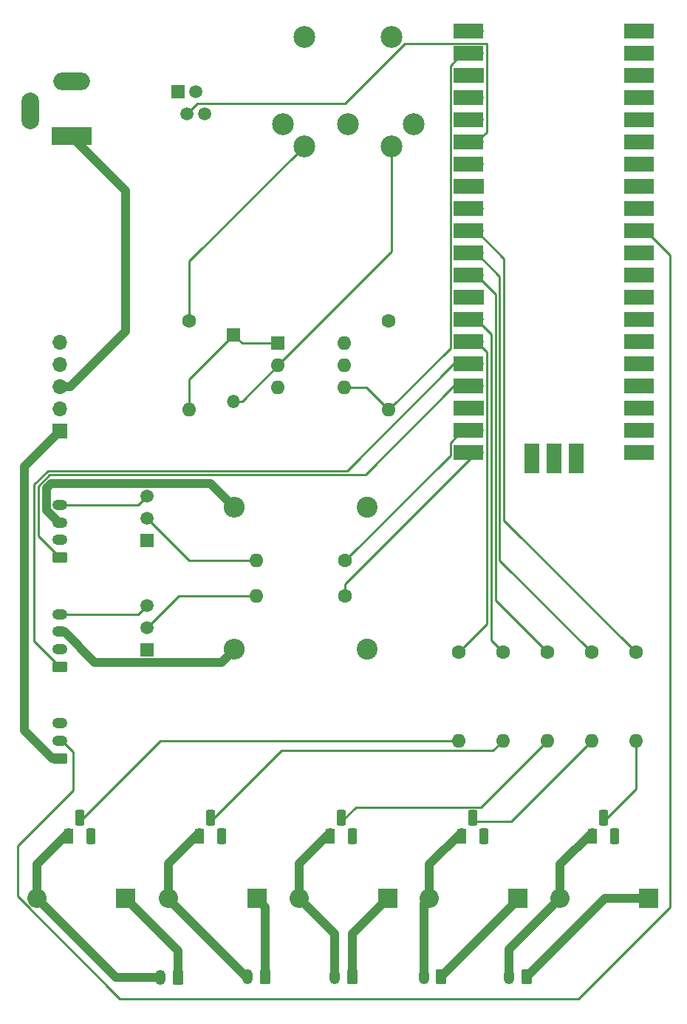
<source format=gbr>
%TF.GenerationSoftware,KiCad,Pcbnew,7.0.10*%
%TF.CreationDate,2024-03-03T10:32:20-06:00*%
%TF.ProjectId,Zimbelstern,5a696d62-656c-4737-9465-726e2e6b6963,rev?*%
%TF.SameCoordinates,Original*%
%TF.FileFunction,Copper,L1,Top*%
%TF.FilePolarity,Positive*%
%FSLAX46Y46*%
G04 Gerber Fmt 4.6, Leading zero omitted, Abs format (unit mm)*
G04 Created by KiCad (PCBNEW 7.0.10) date 2024-03-03 10:32:20*
%MOMM*%
%LPD*%
G01*
G04 APERTURE LIST*
G04 Aperture macros list*
%AMRoundRect*
0 Rectangle with rounded corners*
0 $1 Rounding radius*
0 $2 $3 $4 $5 $6 $7 $8 $9 X,Y pos of 4 corners*
0 Add a 4 corners polygon primitive as box body*
4,1,4,$2,$3,$4,$5,$6,$7,$8,$9,$2,$3,0*
0 Add four circle primitives for the rounded corners*
1,1,$1+$1,$2,$3*
1,1,$1+$1,$4,$5*
1,1,$1+$1,$6,$7*
1,1,$1+$1,$8,$9*
0 Add four rect primitives between the rounded corners*
20,1,$1+$1,$2,$3,$4,$5,0*
20,1,$1+$1,$4,$5,$6,$7,0*
20,1,$1+$1,$6,$7,$8,$9,0*
20,1,$1+$1,$8,$9,$2,$3,0*%
G04 Aperture macros list end*
%TA.AperFunction,ComponentPad*%
%ADD10O,1.200000X1.750000*%
%TD*%
%TA.AperFunction,ComponentPad*%
%ADD11RoundRect,0.250000X0.350000X0.625000X-0.350000X0.625000X-0.350000X-0.625000X0.350000X-0.625000X0*%
%TD*%
%TA.AperFunction,ComponentPad*%
%ADD12C,1.500000*%
%TD*%
%TA.AperFunction,ComponentPad*%
%ADD13R,1.500000X1.500000*%
%TD*%
%TA.AperFunction,ComponentPad*%
%ADD14RoundRect,0.250000X0.625000X-0.350000X0.625000X0.350000X-0.625000X0.350000X-0.625000X-0.350000X0*%
%TD*%
%TA.AperFunction,ComponentPad*%
%ADD15O,1.750000X1.200000*%
%TD*%
%TA.AperFunction,ComponentPad*%
%ADD16O,2.200000X2.200000*%
%TD*%
%TA.AperFunction,ComponentPad*%
%ADD17R,2.200000X2.200000*%
%TD*%
%TA.AperFunction,ComponentPad*%
%ADD18O,1.600000X1.600000*%
%TD*%
%TA.AperFunction,ComponentPad*%
%ADD19R,1.600000X1.600000*%
%TD*%
%TA.AperFunction,ComponentPad*%
%ADD20C,1.600000*%
%TD*%
%TA.AperFunction,ComponentPad*%
%ADD21C,2.400000*%
%TD*%
%TA.AperFunction,ComponentPad*%
%ADD22O,2.400000X2.400000*%
%TD*%
%TA.AperFunction,ComponentPad*%
%ADD23O,1.700000X1.700000*%
%TD*%
%TA.AperFunction,ComponentPad*%
%ADD24R,1.700000X1.700000*%
%TD*%
%TA.AperFunction,ComponentPad*%
%ADD25R,1.100000X1.800000*%
%TD*%
%TA.AperFunction,ComponentPad*%
%ADD26RoundRect,0.275000X-0.275000X-0.625000X0.275000X-0.625000X0.275000X0.625000X-0.275000X0.625000X0*%
%TD*%
%TA.AperFunction,WasherPad*%
%ADD27C,2.499360*%
%TD*%
%TA.AperFunction,ComponentPad*%
%ADD28C,2.499360*%
%TD*%
%TA.AperFunction,ComponentPad*%
%ADD29O,2.000000X4.200000*%
%TD*%
%TA.AperFunction,ComponentPad*%
%ADD30O,4.200000X2.000000*%
%TD*%
%TA.AperFunction,ComponentPad*%
%ADD31R,4.600000X2.000000*%
%TD*%
%TA.AperFunction,ComponentPad*%
%ADD32O,1.500000X1.500000*%
%TD*%
%TA.AperFunction,SMDPad,CuDef*%
%ADD33R,3.500000X1.700000*%
%TD*%
%TA.AperFunction,SMDPad,CuDef*%
%ADD34R,1.700000X3.500000*%
%TD*%
%TA.AperFunction,Conductor*%
%ADD35C,0.250000*%
%TD*%
%TA.AperFunction,Conductor*%
%ADD36C,1.000000*%
%TD*%
G04 APERTURE END LIST*
D10*
%TO.P,J5,2,Pin_2*%
%TO.N,Net-(D3-A)*%
X76500000Y-140000000D03*
D11*
%TO.P,J5,1,Pin_1*%
%TO.N,+12V*%
X78500000Y-140000000D03*
%TD*%
D12*
%TO.P,Q7,3,C*%
%TO.N,Net-(J11-Pin_4)*%
X55000000Y-84960000D03*
%TO.P,Q7,2,B*%
%TO.N,Net-(Q7-B)*%
X55000000Y-87500000D03*
D13*
%TO.P,Q7,1,E*%
%TO.N,GND*%
X55000000Y-90040000D03*
%TD*%
D10*
%TO.P,J6,2,Pin_2*%
%TO.N,Net-(D4-A)*%
X66500000Y-140000000D03*
D11*
%TO.P,J6,1,Pin_1*%
%TO.N,+12V*%
X68500000Y-140000000D03*
%TD*%
D14*
%TO.P,J10,1,Pin_1*%
%TO.N,+3V3*%
X45000000Y-115000000D03*
D15*
%TO.P,J10,2,Pin_2*%
%TO.N,VOLUME_POT*%
X45000000Y-113000000D03*
%TO.P,J10,3,Pin_3*%
%TO.N,GND*%
X45000000Y-111000000D03*
%TD*%
D16*
%TO.P,D5,2,A*%
%TO.N,Net-(D5-A)*%
X42340000Y-131000000D03*
D17*
%TO.P,D5,1,K*%
%TO.N,+12V*%
X52500000Y-131000000D03*
%TD*%
D18*
%TO.P,U2,6*%
%TO.N,+3V3*%
X77620000Y-67460000D03*
%TO.P,U2,5*%
%TO.N,GND*%
X77620000Y-70000000D03*
%TO.P,U2,4*%
%TO.N,MIDI_RX*%
X77620000Y-72540000D03*
%TO.P,U2,3*%
%TO.N,unconnected-(U2-Pad3)*%
X70000000Y-72540000D03*
%TO.P,U2,2*%
%TO.N,Net-(D6-A)*%
X70000000Y-70000000D03*
D19*
%TO.P,U2,1*%
%TO.N,Net-(D6-K)*%
X70000000Y-67460000D03*
%TD*%
D18*
%TO.P,R7,2*%
%TO.N,MIDI_RX*%
X82700000Y-75080000D03*
D20*
%TO.P,R7,1*%
%TO.N,+3V3*%
X82700000Y-64920000D03*
%TD*%
D21*
%TO.P,R9,1*%
%TO.N,+12V*%
X80240000Y-102500000D03*
D22*
%TO.P,R9,2*%
%TO.N,Net-(J12-Pin_3)*%
X65000000Y-102500000D03*
%TD*%
D20*
%TO.P,R11,1*%
%TO.N,PREPARE_LAMP*%
X77700000Y-92340000D03*
D18*
%TO.P,R11,2*%
%TO.N,Net-(Q7-B)*%
X67540000Y-92340000D03*
%TD*%
D17*
%TO.P,D3,1,K*%
%TO.N,+12V*%
X82580000Y-131000000D03*
D16*
%TO.P,D3,2,A*%
%TO.N,Net-(D3-A)*%
X72420000Y-131000000D03*
%TD*%
D17*
%TO.P,D2,1,K*%
%TO.N,+12V*%
X97500000Y-131000000D03*
D16*
%TO.P,D2,2,A*%
%TO.N,Net-(D2-A)*%
X87340000Y-131000000D03*
%TD*%
D20*
%TO.P,R4,1*%
%TO.N,BELL4*%
X95760000Y-102840000D03*
D18*
%TO.P,R4,2*%
%TO.N,Net-(Q4-B)*%
X95760000Y-113000000D03*
%TD*%
D10*
%TO.P,J4,2,Pin_2*%
%TO.N,Net-(D2-A)*%
X86700000Y-140000000D03*
D11*
%TO.P,J4,1,Pin_1*%
%TO.N,+12V*%
X88700000Y-140000000D03*
%TD*%
D23*
%TO.P,J3,5,Pin_5*%
%TO.N,unconnected-(J3-Pin_5-Pad5)*%
X45000000Y-67340000D03*
%TO.P,J3,4,Pin_4*%
%TO.N,unconnected-(J3-Pin_4-Pad4)*%
X45000000Y-69880000D03*
%TO.P,J3,3,Pin_3*%
%TO.N,+12V*%
X45000000Y-72420000D03*
%TO.P,J3,2,Pin_2*%
%TO.N,GND*%
X45000000Y-74960000D03*
D24*
%TO.P,J3,1,Pin_1*%
%TO.N,+3V3*%
X45000000Y-77500000D03*
%TD*%
D20*
%TO.P,R8,1*%
%TO.N,ZIMBLE_LAMP*%
X77700000Y-96390000D03*
D18*
%TO.P,R8,2*%
%TO.N,Net-(Q6-B)*%
X67540000Y-96390000D03*
%TD*%
D25*
%TO.P,Q5,1,C*%
%TO.N,Net-(D5-A)*%
X46000000Y-123900000D03*
D26*
%TO.P,Q5,2,B*%
%TO.N,Net-(Q5-B)*%
X47270000Y-121830000D03*
%TO.P,Q5,3,E*%
%TO.N,GND*%
X48540000Y-123900000D03*
%TD*%
D16*
%TO.P,D4,2,A*%
%TO.N,Net-(D4-A)*%
X57420000Y-131000000D03*
D17*
%TO.P,D4,1,K*%
%TO.N,+12V*%
X67580000Y-131000000D03*
%TD*%
D25*
%TO.P,Q2,1,C*%
%TO.N,Net-(D2-A)*%
X91000000Y-123900000D03*
D26*
%TO.P,Q2,2,B*%
%TO.N,Net-(Q2-B)*%
X92270000Y-121830000D03*
%TO.P,Q2,3,E*%
%TO.N,GND*%
X93540000Y-123900000D03*
%TD*%
D20*
%TO.P,R5,1*%
%TO.N,BELL5*%
X90680000Y-102840000D03*
D18*
%TO.P,R5,2*%
%TO.N,Net-(Q5-B)*%
X90680000Y-113000000D03*
%TD*%
D21*
%TO.P,R10,1*%
%TO.N,+12V*%
X80240000Y-86230000D03*
D22*
%TO.P,R10,2*%
%TO.N,Net-(J11-Pin_3)*%
X65000000Y-86230000D03*
%TD*%
D27*
%TO.P,J8,*%
%TO.N,*%
X83027520Y-32385000D03*
X73025000Y-32385000D03*
D28*
%TO.P,J8,1*%
%TO.N,unconnected-(J8-Pad1)*%
X70528180Y-42379900D03*
%TO.P,J8,2*%
%TO.N,unconnected-(J8-Pad2)*%
X78026260Y-42382440D03*
%TO.P,J8,3*%
%TO.N,unconnected-(J8-Pad3)*%
X85524340Y-42379900D03*
%TO.P,J8,4*%
%TO.N,Net-(J8-Pad4)*%
X73030080Y-44881800D03*
%TO.P,J8,5*%
%TO.N,Net-(D6-A)*%
X83022440Y-44881800D03*
%TD*%
D25*
%TO.P,Q1,1,C*%
%TO.N,Net-(D1-A)*%
X106000000Y-123900000D03*
D26*
%TO.P,Q1,2,B*%
%TO.N,Net-(Q1-B)*%
X107270000Y-121830000D03*
%TO.P,Q1,3,E*%
%TO.N,GND*%
X108540000Y-123900000D03*
%TD*%
D15*
%TO.P,J11,4,Pin_4*%
%TO.N,Net-(J11-Pin_4)*%
X45000000Y-86000000D03*
%TO.P,J11,3,Pin_3*%
%TO.N,Net-(J11-Pin_3)*%
X45000000Y-88000000D03*
%TO.P,J11,2,Pin_2*%
%TO.N,GND*%
X45000000Y-90000000D03*
D14*
%TO.P,J11,1,Pin_1*%
%TO.N,PREPARE_SWITCH*%
X45000000Y-92000000D03*
%TD*%
D17*
%TO.P,D1,1,K*%
%TO.N,+12V*%
X112500000Y-131000000D03*
D16*
%TO.P,D1,2,A*%
%TO.N,Net-(D1-A)*%
X102340000Y-131000000D03*
%TD*%
D20*
%TO.P,R3,1*%
%TO.N,BELL3*%
X100840000Y-102840000D03*
D18*
%TO.P,R3,2*%
%TO.N,Net-(Q3-B)*%
X100840000Y-113000000D03*
%TD*%
%TO.P,R6,2*%
%TO.N,Net-(D6-K)*%
X59840000Y-75080000D03*
D20*
%TO.P,R6,1*%
%TO.N,Net-(J8-Pad4)*%
X59840000Y-64920000D03*
%TD*%
D13*
%TO.P,J9,1*%
%TO.N,GND*%
X58510000Y-38630000D03*
D12*
%TO.P,J9,2*%
%TO.N,STAR_TX*%
X59530000Y-41170000D03*
%TO.P,J9,3*%
%TO.N,unconnected-(J9-Pad3)*%
X60550000Y-38630000D03*
%TO.P,J9,4*%
%TO.N,unconnected-(J9-Pad4)*%
X61570000Y-41170000D03*
%TD*%
%TO.P,Q6,3,C*%
%TO.N,Net-(J12-Pin_4)*%
X55000000Y-97460000D03*
%TO.P,Q6,2,B*%
%TO.N,Net-(Q6-B)*%
X55000000Y-100000000D03*
D13*
%TO.P,Q6,1,E*%
%TO.N,GND*%
X55000000Y-102540000D03*
%TD*%
D14*
%TO.P,J12,1,Pin_1*%
%TO.N,ZIMBLE_SWITCH*%
X45000000Y-104500000D03*
D15*
%TO.P,J12,2,Pin_2*%
%TO.N,GND*%
X45000000Y-102500000D03*
%TO.P,J12,3,Pin_3*%
%TO.N,Net-(J12-Pin_3)*%
X45000000Y-100500000D03*
%TO.P,J12,4,Pin_4*%
%TO.N,Net-(J12-Pin_4)*%
X45000000Y-98500000D03*
%TD*%
D11*
%TO.P,J2,1,Pin_1*%
%TO.N,+12V*%
X98500000Y-140000000D03*
D10*
%TO.P,J2,2,Pin_2*%
%TO.N,Net-(D1-A)*%
X96500000Y-140000000D03*
%TD*%
D26*
%TO.P,Q4,3,E*%
%TO.N,GND*%
X63540000Y-123900000D03*
%TO.P,Q4,2,B*%
%TO.N,Net-(Q4-B)*%
X62270000Y-121830000D03*
D25*
%TO.P,Q4,1,C*%
%TO.N,Net-(D4-A)*%
X61000000Y-123900000D03*
%TD*%
D18*
%TO.P,R1,2*%
%TO.N,Net-(Q1-B)*%
X111000000Y-113000000D03*
D20*
%TO.P,R1,1*%
%TO.N,BELL1*%
X111000000Y-102840000D03*
%TD*%
D25*
%TO.P,Q3,1,C*%
%TO.N,Net-(D3-A)*%
X76000000Y-123900000D03*
D26*
%TO.P,Q3,2,B*%
%TO.N,Net-(Q3-B)*%
X77270000Y-121830000D03*
%TO.P,Q3,3,E*%
%TO.N,GND*%
X78540000Y-123900000D03*
%TD*%
D29*
%TO.P,J1,3*%
%TO.N,N/C*%
X41555000Y-40865000D03*
D30*
%TO.P,J1,2*%
%TO.N,GND*%
X46355000Y-37465000D03*
D31*
%TO.P,J1,1*%
%TO.N,+12V*%
X46355000Y-43765000D03*
%TD*%
D20*
%TO.P,R2,1*%
%TO.N,BELL2*%
X105920000Y-102840000D03*
D18*
%TO.P,R2,2*%
%TO.N,Net-(Q2-B)*%
X105920000Y-113000000D03*
%TD*%
D32*
%TO.P,D6,2,A*%
%TO.N,Net-(D6-A)*%
X64920000Y-74120000D03*
D13*
%TO.P,D6,1,K*%
%TO.N,Net-(D6-K)*%
X64920000Y-66500000D03*
%TD*%
D23*
%TO.P,U1,1,GPIO0*%
%TO.N,unconnected-(U1-GPIO0-Pad1)*%
X92710000Y-31750000D03*
D33*
X91810000Y-31750000D03*
D23*
%TO.P,U1,2,GPIO1*%
%TO.N,MIDI_RX*%
X92710000Y-34290000D03*
D33*
X91810000Y-34290000D03*
D24*
%TO.P,U1,3,GND*%
%TO.N,GND*%
X92710000Y-36830000D03*
D33*
X91810000Y-36830000D03*
D23*
%TO.P,U1,4,GPIO2*%
%TO.N,unconnected-(U1-GPIO2-Pad4)*%
X92710000Y-39370000D03*
D33*
X91810000Y-39370000D03*
D23*
%TO.P,U1,5,GPIO3*%
%TO.N,unconnected-(U1-GPIO3-Pad5)*%
X92710000Y-41910000D03*
D33*
X91810000Y-41910000D03*
D23*
%TO.P,U1,6,GPIO4*%
%TO.N,STAR_TX*%
X92710000Y-44450000D03*
D33*
X91810000Y-44450000D03*
D23*
%TO.P,U1,7,GPIO5*%
%TO.N,unconnected-(U1-GPIO5-Pad7)*%
X92710000Y-46990000D03*
D33*
X91810000Y-46990000D03*
D24*
%TO.P,U1,8,GND*%
%TO.N,GND*%
X92710000Y-49530000D03*
D33*
X91810000Y-49530000D03*
D23*
%TO.P,U1,9,GPIO6*%
%TO.N,unconnected-(U1-GPIO6-Pad9)*%
X92710000Y-52070000D03*
D33*
X91810000Y-52070000D03*
D23*
%TO.P,U1,10,GPIO7*%
%TO.N,BELL1*%
X92710000Y-54610000D03*
D33*
X91810000Y-54610000D03*
D23*
%TO.P,U1,11,GPIO8*%
%TO.N,BELL2*%
X92710000Y-57150000D03*
D33*
X91810000Y-57150000D03*
D23*
%TO.P,U1,12,GPIO9*%
%TO.N,BELL3*%
X92710000Y-59690000D03*
D33*
X91810000Y-59690000D03*
D24*
%TO.P,U1,13,GND*%
%TO.N,GND*%
X92710000Y-62230000D03*
D33*
X91810000Y-62230000D03*
D23*
%TO.P,U1,14,GPIO10*%
%TO.N,BELL4*%
X92710000Y-64770000D03*
D33*
X91810000Y-64770000D03*
D23*
%TO.P,U1,15,GPIO11*%
%TO.N,BELL5*%
X92710000Y-67310000D03*
D33*
X91810000Y-67310000D03*
D23*
%TO.P,U1,16,GPIO12*%
%TO.N,ZIMBLE_SWITCH*%
X92710000Y-69850000D03*
D33*
X91810000Y-69850000D03*
D23*
%TO.P,U1,17,GPIO13*%
%TO.N,PREPARE_SWITCH*%
X92710000Y-72390000D03*
D33*
X91810000Y-72390000D03*
D24*
%TO.P,U1,18,GND*%
%TO.N,GND*%
X92710000Y-74930000D03*
D33*
X91810000Y-74930000D03*
D23*
%TO.P,U1,19,GPIO14*%
%TO.N,PREPARE_LAMP*%
X92710000Y-77470000D03*
D33*
X91810000Y-77470000D03*
D23*
%TO.P,U1,20,GPIO15*%
%TO.N,ZIMBLE_LAMP*%
X92710000Y-80010000D03*
D33*
X91810000Y-80010000D03*
D23*
%TO.P,U1,21,GPIO16*%
%TO.N,unconnected-(U1-GPIO16-Pad21)*%
X110490000Y-80010000D03*
D33*
X111390000Y-80010000D03*
D23*
%TO.P,U1,22,GPIO17*%
%TO.N,unconnected-(U1-GPIO17-Pad22)*%
X110490000Y-77470000D03*
D33*
X111390000Y-77470000D03*
D24*
%TO.P,U1,23,GND*%
%TO.N,GND*%
X110490000Y-74930000D03*
D33*
X111390000Y-74930000D03*
D23*
%TO.P,U1,24,GPIO18*%
%TO.N,unconnected-(U1-GPIO18-Pad24)*%
X110490000Y-72390000D03*
D33*
X111390000Y-72390000D03*
D23*
%TO.P,U1,25,GPIO19*%
%TO.N,unconnected-(U1-GPIO19-Pad25)*%
X110490000Y-69850000D03*
D33*
X111390000Y-69850000D03*
D23*
%TO.P,U1,26,GPIO20*%
%TO.N,unconnected-(U1-GPIO20-Pad26)*%
X110490000Y-67310000D03*
D33*
X111390000Y-67310000D03*
D23*
%TO.P,U1,27,GPIO21*%
%TO.N,unconnected-(U1-GPIO21-Pad27)*%
X110490000Y-64770000D03*
D33*
X111390000Y-64770000D03*
D24*
%TO.P,U1,28,GND*%
%TO.N,GND*%
X110490000Y-62230000D03*
D33*
X111390000Y-62230000D03*
D23*
%TO.P,U1,29,GPIO22*%
%TO.N,unconnected-(U1-GPIO22-Pad29)*%
X110490000Y-59690000D03*
D33*
X111390000Y-59690000D03*
D23*
%TO.P,U1,30,RUN*%
%TO.N,unconnected-(U1-RUN-Pad30)*%
X110490000Y-57150000D03*
D33*
X111390000Y-57150000D03*
D23*
%TO.P,U1,31,GPIO26_ADC0*%
%TO.N,VOLUME_POT*%
X110490000Y-54610000D03*
D33*
X111390000Y-54610000D03*
D23*
%TO.P,U1,32,GPIO27_ADC1*%
%TO.N,unconnected-(U1-GPIO27_ADC1-Pad32)*%
X110490000Y-52070000D03*
D33*
X111390000Y-52070000D03*
D24*
%TO.P,U1,33,AGND*%
%TO.N,unconnected-(U1-AGND-Pad33)*%
X110490000Y-49530000D03*
D33*
X111390000Y-49530000D03*
D23*
%TO.P,U1,34,GPIO28_ADC2*%
%TO.N,unconnected-(U1-GPIO28_ADC2-Pad34)*%
X110490000Y-46990000D03*
D33*
X111390000Y-46990000D03*
D23*
%TO.P,U1,35,ADC_VREF*%
%TO.N,unconnected-(U1-ADC_VREF-Pad35)*%
X110490000Y-44450000D03*
D33*
X111390000Y-44450000D03*
D23*
%TO.P,U1,36,3V3*%
%TO.N,unconnected-(U1-3V3-Pad36)*%
X110490000Y-41910000D03*
D33*
X111390000Y-41910000D03*
D23*
%TO.P,U1,37,3V3_EN*%
%TO.N,unconnected-(U1-3V3_EN-Pad37)*%
X110490000Y-39370000D03*
D33*
X111390000Y-39370000D03*
D24*
%TO.P,U1,38,GND*%
%TO.N,GND*%
X110490000Y-36830000D03*
D33*
X111390000Y-36830000D03*
D23*
%TO.P,U1,39,VSYS*%
%TO.N,+3V3*%
X110490000Y-34290000D03*
D33*
X111390000Y-34290000D03*
D23*
%TO.P,U1,40,VBUS*%
%TO.N,unconnected-(U1-VBUS-Pad40)*%
X110490000Y-31750000D03*
D33*
X111390000Y-31750000D03*
D23*
%TO.P,U1,41,SWCLK*%
%TO.N,unconnected-(U1-SWCLK-Pad41)*%
X99060000Y-79780000D03*
D34*
X99060000Y-80680000D03*
D24*
%TO.P,U1,42,GND*%
%TO.N,GND*%
X101600000Y-79780000D03*
D34*
X101600000Y-80680000D03*
D23*
%TO.P,U1,43,SWDIO*%
%TO.N,unconnected-(U1-SWDIO-Pad43)*%
X104140000Y-79780000D03*
D34*
X104140000Y-80680000D03*
%TD*%
D10*
%TO.P,J7,2,Pin_2*%
%TO.N,Net-(D5-A)*%
X56500000Y-140050000D03*
D11*
%TO.P,J7,1,Pin_1*%
%TO.N,+12V*%
X58500000Y-140050000D03*
%TD*%
D35*
%TO.N,ZIMBLE_SWITCH*%
X77950000Y-82050000D02*
X90150000Y-69850000D01*
X90150000Y-69850000D02*
X92710000Y-69850000D01*
D36*
%TO.N,+12V*%
X45000000Y-72420000D02*
X46202081Y-72420000D01*
X46202081Y-72420000D02*
X52500000Y-66122081D01*
X52500000Y-66122081D02*
X52500000Y-50000000D01*
X46355000Y-43855000D02*
X46355000Y-43765000D01*
X52500000Y-50000000D02*
X46355000Y-43855000D01*
D35*
%TO.N,STAR_TX*%
X92710000Y-44450000D02*
X93885000Y-43275000D01*
X93885000Y-43275000D02*
X93885000Y-33115000D01*
X93885000Y-33115000D02*
X84524454Y-33115000D01*
X84524454Y-33115000D02*
X77639454Y-40000000D01*
X77639454Y-40000000D02*
X60700000Y-40000000D01*
X60700000Y-40000000D02*
X59530000Y-41170000D01*
%TO.N,MIDI_RX*%
X92710000Y-34290000D02*
X91100000Y-34290000D01*
X91100000Y-34290000D02*
X89735000Y-35655000D01*
X89735000Y-35655000D02*
X89735000Y-68045000D01*
X89735000Y-68045000D02*
X82700000Y-75080000D01*
D36*
%TO.N,+3V3*%
X45000000Y-115000000D02*
X44125000Y-115000000D01*
X40925000Y-81575000D02*
X45000000Y-77500000D01*
X44125000Y-115000000D02*
X40925000Y-111800000D01*
X40925000Y-111800000D02*
X40925000Y-81575000D01*
D35*
%TO.N,ZIMBLE_SWITCH*%
X45000000Y-104500000D02*
X42050000Y-101550000D01*
X42050000Y-101550000D02*
X42050000Y-83646878D01*
X43646878Y-82050000D02*
X77950000Y-82050000D01*
X42050000Y-83646878D02*
X43646878Y-82050000D01*
%TO.N,PREPARE_SWITCH*%
X45000000Y-92000000D02*
X42500000Y-89500000D01*
X42500000Y-83833274D02*
X43833274Y-82500000D01*
X42500000Y-89500000D02*
X42500000Y-83833274D01*
X43833274Y-82500000D02*
X80000000Y-82500000D01*
X80000000Y-82500000D02*
X90110000Y-72390000D01*
X90110000Y-72390000D02*
X92710000Y-72390000D01*
%TO.N,VOLUME_POT*%
X45000000Y-113000000D02*
X45275000Y-113000000D01*
X40125000Y-130800255D02*
X51824745Y-142500000D01*
X45275000Y-113000000D02*
X46500000Y-114225000D01*
X46500000Y-114225000D02*
X46500000Y-118625000D01*
X46500000Y-118625000D02*
X40125000Y-125000000D01*
X40125000Y-125000000D02*
X40125000Y-130800255D01*
X114875000Y-57375000D02*
X112110000Y-54610000D01*
X51824745Y-142500000D02*
X104450000Y-142500000D01*
X104450000Y-142500000D02*
X114875000Y-132075000D01*
X114875000Y-132075000D02*
X114875000Y-57375000D01*
X112110000Y-54610000D02*
X110490000Y-54610000D01*
%TO.N,Net-(D6-A)*%
X83022440Y-44881800D02*
X83022440Y-56977560D01*
X83022440Y-56977560D02*
X70000000Y-70000000D01*
%TO.N,Net-(J8-Pad4)*%
X59840000Y-64920000D02*
X59840000Y-58071880D01*
X59840000Y-58071880D02*
X73030080Y-44881800D01*
%TO.N,Net-(D6-K)*%
X59840000Y-75080000D02*
X59840000Y-71580000D01*
X59840000Y-71580000D02*
X64920000Y-66500000D01*
%TO.N,Net-(D6-A)*%
X70000000Y-70000000D02*
X65880000Y-74120000D01*
X65880000Y-74120000D02*
X64920000Y-74120000D01*
%TO.N,Net-(D6-K)*%
X70000000Y-67460000D02*
X65880000Y-67460000D01*
X65880000Y-67460000D02*
X64920000Y-66500000D01*
%TO.N,MIDI_RX*%
X77620000Y-72540000D02*
X80160000Y-72540000D01*
X80160000Y-72540000D02*
X82700000Y-75080000D01*
%TO.N,PREPARE_LAMP*%
X77700000Y-92340000D02*
X89735000Y-80305000D01*
X89735000Y-80305000D02*
X89735000Y-78835000D01*
X89735000Y-78835000D02*
X91100000Y-77470000D01*
X91100000Y-77470000D02*
X92710000Y-77470000D01*
%TO.N,ZIMBLE_LAMP*%
X77700000Y-96390000D02*
X77700000Y-95020000D01*
X77700000Y-95020000D02*
X92710000Y-80010000D01*
%TO.N,Net-(Q7-B)*%
X67540000Y-92340000D02*
X59840000Y-92340000D01*
X59840000Y-92340000D02*
X55000000Y-87500000D01*
%TO.N,Net-(Q6-B)*%
X55000000Y-100000000D02*
X58610000Y-96390000D01*
X58610000Y-96390000D02*
X67540000Y-96390000D01*
D36*
%TO.N,Net-(J12-Pin_3)*%
X65000000Y-102500000D02*
X63510000Y-103990000D01*
X45500000Y-100500000D02*
X45000000Y-100500000D01*
X63510000Y-103990000D02*
X48990000Y-103990000D01*
X48990000Y-103990000D02*
X45500000Y-100500000D01*
%TO.N,Net-(J11-Pin_3)*%
X65000000Y-86230000D02*
X62280000Y-83510000D01*
X62280000Y-83510000D02*
X43990000Y-83510000D01*
X43425000Y-84075000D02*
X43425000Y-86538478D01*
X44886522Y-88000000D02*
X45000000Y-88000000D01*
X43990000Y-83510000D02*
X43425000Y-84075000D01*
X43425000Y-86538478D02*
X44886522Y-88000000D01*
D35*
%TO.N,Net-(J11-Pin_4)*%
X45000000Y-86000000D02*
X53960000Y-86000000D01*
X53960000Y-86000000D02*
X55000000Y-84960000D01*
%TO.N,Net-(J12-Pin_4)*%
X45000000Y-98500000D02*
X53960000Y-98500000D01*
X53960000Y-98500000D02*
X55000000Y-97460000D01*
%TO.N,BELL1*%
X111000000Y-102840000D02*
X95900000Y-87740000D01*
X95900000Y-57800000D02*
X92710000Y-54610000D01*
X95900000Y-87740000D02*
X95900000Y-57800000D01*
%TO.N,BELL2*%
X105920000Y-102840000D02*
X95400000Y-92320000D01*
X95400000Y-92320000D02*
X95400000Y-59840000D01*
X95400000Y-59840000D02*
X92710000Y-57150000D01*
%TO.N,BELL3*%
X100840000Y-102840000D02*
X94900000Y-96900000D01*
X94900000Y-96900000D02*
X94900000Y-61880000D01*
X94900000Y-61880000D02*
X92710000Y-59690000D01*
%TO.N,BELL4*%
X95760000Y-102840000D02*
X94400000Y-101480000D01*
X94400000Y-101480000D02*
X94400000Y-66460000D01*
X94400000Y-66460000D02*
X92710000Y-64770000D01*
%TO.N,BELL5*%
X92710000Y-67310000D02*
X93885000Y-68485000D01*
X93885000Y-99635000D02*
X90680000Y-102840000D01*
X93885000Y-68485000D02*
X93885000Y-99635000D01*
%TO.N,Net-(Q5-B)*%
X47270000Y-122230000D02*
X56500000Y-113000000D01*
X56500000Y-113000000D02*
X90680000Y-113000000D01*
%TO.N,Net-(Q4-B)*%
X62270000Y-122230000D02*
X70375000Y-114125000D01*
X70375000Y-114125000D02*
X94635000Y-114125000D01*
X94635000Y-114125000D02*
X95760000Y-113000000D01*
%TO.N,Net-(Q3-B)*%
X77270000Y-122230000D02*
X78895000Y-120605000D01*
X78895000Y-120605000D02*
X93235000Y-120605000D01*
X93235000Y-120605000D02*
X100840000Y-113000000D01*
%TO.N,Net-(Q2-B)*%
X92270000Y-122230000D02*
X96690000Y-122230000D01*
X96690000Y-122230000D02*
X105920000Y-113000000D01*
%TO.N,Net-(Q1-B)*%
X107270000Y-122230000D02*
X111000000Y-118500000D01*
X111000000Y-118500000D02*
X111000000Y-113000000D01*
D36*
%TO.N,Net-(D1-A)*%
X102340000Y-131000000D02*
X102340000Y-127160000D01*
X102340000Y-127160000D02*
X106000000Y-123500000D01*
%TO.N,Net-(D2-A)*%
X87340000Y-131000000D02*
X87340000Y-127160000D01*
X87340000Y-127160000D02*
X91000000Y-123500000D01*
%TO.N,Net-(D3-A)*%
X72420000Y-131000000D02*
X72420000Y-127080000D01*
X72420000Y-127080000D02*
X76000000Y-123500000D01*
%TO.N,Net-(D4-A)*%
X57420000Y-131000000D02*
X57420000Y-127080000D01*
X57420000Y-127080000D02*
X61000000Y-123500000D01*
%TO.N,Net-(D5-A)*%
X42340000Y-131000000D02*
X42340000Y-127160000D01*
X42340000Y-127160000D02*
X46000000Y-123500000D01*
%TO.N,Net-(D1-A)*%
X96500000Y-140000000D02*
X96500000Y-136840000D01*
X96500000Y-136840000D02*
X102340000Y-131000000D01*
%TO.N,Net-(D2-A)*%
X86700000Y-140000000D02*
X86700000Y-131640000D01*
X86700000Y-131640000D02*
X87340000Y-131000000D01*
%TO.N,Net-(D5-A)*%
X56500000Y-140050000D02*
X51390000Y-140050000D01*
X51390000Y-140050000D02*
X42340000Y-131000000D01*
%TO.N,Net-(D4-A)*%
X66500000Y-140000000D02*
X66340000Y-140000000D01*
X66340000Y-140000000D02*
X57340000Y-131000000D01*
%TO.N,Net-(D3-A)*%
X76500000Y-140000000D02*
X76500000Y-135080000D01*
X76500000Y-135080000D02*
X72420000Y-131000000D01*
%TO.N,+12V*%
X98500000Y-140000000D02*
X107500000Y-131000000D01*
X107500000Y-131000000D02*
X112500000Y-131000000D01*
X88700000Y-140000000D02*
X97500000Y-131200000D01*
X97500000Y-131200000D02*
X97500000Y-131000000D01*
X58500000Y-140050000D02*
X58500000Y-137000000D01*
X58500000Y-137000000D02*
X52500000Y-131000000D01*
X68500000Y-140000000D02*
X68500000Y-132000000D01*
X68500000Y-132000000D02*
X67500000Y-131000000D01*
X78500000Y-140000000D02*
X78500000Y-135080000D01*
X78500000Y-135080000D02*
X82580000Y-131000000D01*
%TD*%
M02*

</source>
